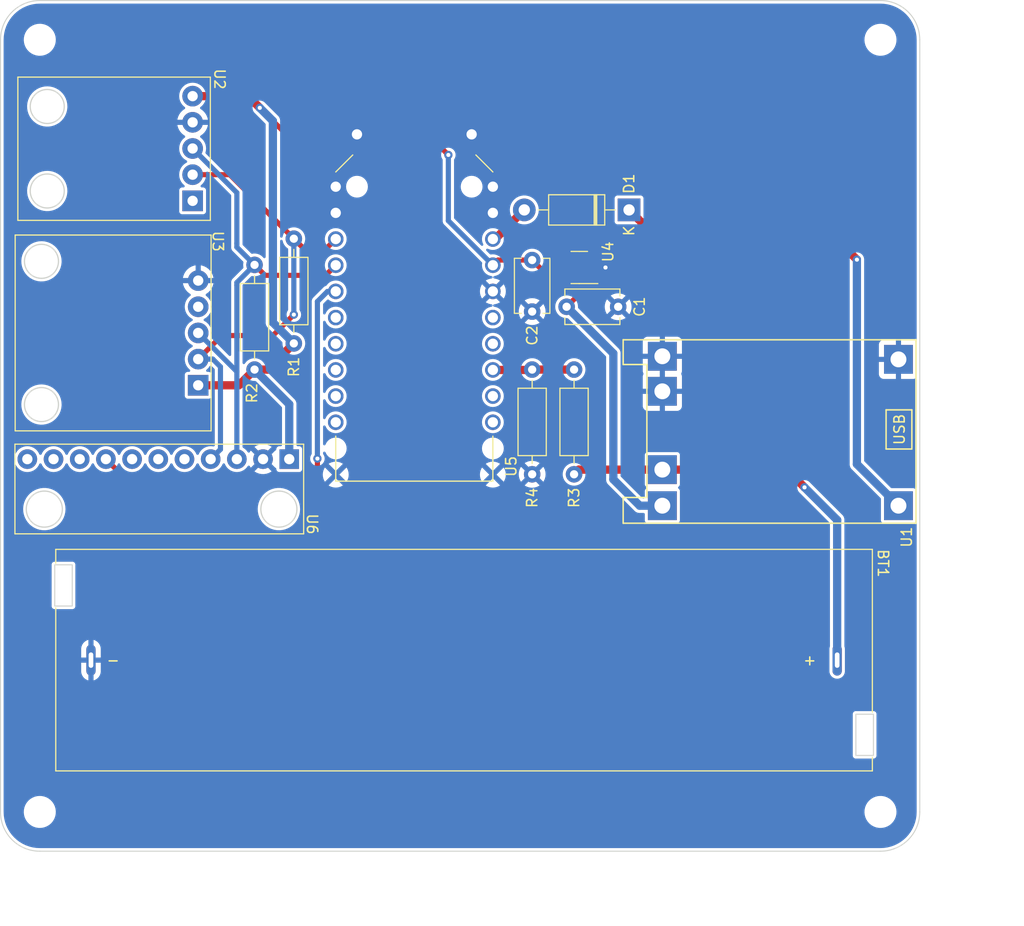
<source format=kicad_pcb>
(kicad_pcb (version 20211014) (generator pcbnew)
  (layers (0 "F.Cu" signal) (31 "B.Cu" power) (34 "B.Paste" user) (35 "F.Paste" user) (36 "B.SilkS" user "B.Silkscreen") (37 "F.SilkS" user "F.Silkscreen") (38 "B.Mask" user) (39 "F.Mask" user) (44 "Edge.Cuts" user))
  (net 0 "")
  (net 1 "VCC")
  (net 2 "GND")
  (net 3 "+3V0")
  (net 4 "Net-(D1-Pad1)")
  (net 5 "VBUS")
  (net 6 "/VBAT")
  (net 7 "/SDA")
  (net 8 "/SCL")
  (net 9 "Net-(R3-Pad2)")
  (net 15 "/INT1")
  (footprint "custom:MODULE_NRF52840-DONGLE" (layer "F.Cu") (at 117.856 72.136 90)
    (fp_text reference "U5" (at -21.59 9.398 90) (layer "F.SilkS"))
    (fp_text value "NRF52840-DONGLE")
    (fp_line (start -23.02 7.62) (end -18.65 7.62) (layer "F.SilkS") (width 0.127))
    (fp_line (start 6.985 7.62) (end 8.636 5.969) (layer "F.SilkS") (width 0.12))
    (fp_line (start -18.65 -7.62) (end -23.02 -7.62) (layer "F.SilkS") (width 0.127))
    (fp_line (start 6.985 -7.62) (end 8.636 -5.969) (layer "F.SilkS") (width 0.12))
    (fp_line (start -23.02 -7.62) (end -23.02 7.62) (layer "F.SilkS") (width 0.127))
    (pad "0.02" thru_hole circle (at -7.145 7.62 90) (size 1.508 1.508) (drill 1) (layers *.Cu *.Mask) (net 9 "Net-(R3-Pad2)"))
    (pad "0.09" thru_hole circle (at -12.225 -7.62 90) (size 1.508 1.508) (drill 1) (layers *.Cu *.Mask))
    (pad "0.10" thru_hole circle (at -14.765 -7.62 90) (size 1.508 1.508) (drill 1) (layers *.Cu *.Mask))
    (pad "0.13" thru_hole circle (at 5.555 -7.62 90) (size 1.508 1.508) (drill 1) (layers *.Cu *.Mask) (net 7 "/SDA"))
    (pad "0.15" thru_hole circle (at 3.015 -7.62 90) (size 1.508 1.508) (drill 1) (layers *.Cu *.Mask) (net 8 "/SCL"))
    (pad "0.17" thru_hole circle (at 0.475 -7.62 90) (size 1.508 1.508) (drill 1) (layers *.Cu *.Mask) (net 15 "/INT1"))
    (pad "0.20" thru_hole circle (at -2.065 -7.62 90) (size 1.508 1.508) (drill 1) (layers *.Cu *.Mask))
    (pad "0.22" thru_hole circle (at -4.605 -7.62 90) (size 1.508 1.508) (drill 1) (layers *.Cu *.Mask))
    (pad "0.24" thru_hole circle (at -7.145 -7.62 90) (size 1.508 1.508) (drill 1) (layers *.Cu *.Mask))
    (pad "0.29" thru_hole circle (at -4.605 7.62 90) (size 1.508 1.508) (drill 1) (layers *.Cu *.Mask))
    (pad "0.31" thru_hole circle (at -2.065 7.62 90) (size 1.508 1.508) (drill 1) (layers *.Cu *.Mask))
    (pad "1.00" thru_hole circle (at -9.685 -7.62 90) (size 1.508 1.508) (drill 1) (layers *.Cu *.Mask))
    (pad "1.10" thru_hole circle (at -14.765 7.62 90) (size 1.508 1.508) (drill 1) (layers *.Cu *.Mask))
    (pad "1.13" thru_hole circle (at -12.225 7.62 90) (size 1.508 1.508) (drill 1) (layers *.Cu *.Mask))
    (pad "1.15" thru_hole circle (at -9.685 7.62 90) (size 1.508 1.508) (drill 1) (layers *.Cu *.Mask))
    (pad "G1" thru_hole circle (at -17.305 -7.62 90) (size 1.508 1.508) (drill 1) (layers *.Cu *.Mask) (net 2 "GND"))
    (pad "G2" thru_hole circle (at -17.305 7.62 90) (size 1.508 1.508) (drill 1) (layers *.Cu *.Mask) (net 2 "GND"))
    (pad "G3" thru_hole circle (at 0.475 7.62 90) (size 1.508 1.508) (drill 1) (layers *.Cu *.Mask) (net 2 "GND"))
    (pad "OUT" thru_hole circle (at 3.015 7.62 90) (size 1.508 1.508) (drill 1) (layers *.Cu *.Mask) (net 3 "+3V0"))
    (pad "SWDCLK" thru_hole circle (at 10.635 5.56 90) (size 1.508 1.508) (drill 1) (layers *.Cu *.Mask))
    (pad "SWDIO" thru_hole circle (at 10.635 -5.56 90) (size 1.508 1.508) (drill 1) (layers *.Cu *.Mask))
    (pad "VBUS" thru_hole circle (at 5.555 7.62 90) (size 1.508 1.508) (drill 1) (layers *.Cu *.Mask) (net 5 "VBUS"))
  )
  (footprint "custom:TP4056-18650" (layer "F.Cu") (at 166.5125 99.2365 180)
    (fp_text reference "U1" (at 0.9045 -1.3475 90) (layer "F.SilkS"))
    (fp_text value "TP4056")
    (fp_text user "USB" (at 1.6 9.1 90) (layer "F.SilkS"))
    (fp_line (start 28.4 15.4) (end 28.4 15.7) (layer "F.SilkS") (width 0.15))
    (fp_line (start 26.1 2.5) (end 26.1 15.4) (layer "F.SilkS") (width 0.15))
    (fp_line (start 2.9 11) (end 0.4 11) (layer "F.SilkS") (width 0.15))
    (fp_line (start 0.4 7.2) (end 2.9 7.2) (layer "F.SilkS") (width 0.15))
    (fp_line (start 28.4 17.8) (end 0 17.8) (layer "F.SilkS") (width 0.15))
    (fp_line (start 26.3 0) (end 28.4 0) (layer "F.SilkS") (width 0.15))
    (fp_line (start 0 0) (end 26.3 0) (layer "F.SilkS") (width 0.15))
    (fp_line (start 28.4 0) (end 28.4 2.5) (layer "F.SilkS") (width 0.15))
    (fp_line (start 28.4 2.5) (end 26.1 2.5) (layer "F.SilkS") (width 0.15))
    (fp_line (start 28.4 15.7) (end 28.4 17.8) (layer "F.SilkS") (width 0.15))
    (fp_line (start 2.9 7.2) (end 2.9 11) (layer "F.SilkS") (width 0.15))
    (fp_line (start 26.1 15.4) (end 26.4 15.4) (layer "F.SilkS") (width 0.15))
    (fp_line (start 0 17.8) (end 0 0) (layer "F.SilkS") (width 0.15))
    (fp_line (start 26.3 15.4) (end 28.4 15.4) (layer "F.SilkS") (width 0.15))
    (fp_line (start 0.4 11) (end 0.4 7.3) (layer "F.SilkS") (width 0.15))
    (pad "1" thru_hole rect (at 1.7 1.7 180) (size 2.8 2.8) (drill 1.54) (layers *.Cu *.Mask) (net 4 "Net-(D1-Pad1)"))
    (pad "2" thru_hole rect (at 1.7 15.9 180) (size 2.8 2.8) (drill 1.54) (layers *.Cu *.Mask) (net 2 "GND"))
    (pad "3" thru_hole rect (at 24.6 1.7 180) (size 2.8 2.8) (drill 1.54) (layers *.Cu *.Mask) (net 1 "VCC"))
    (pad "4" thru_hole rect (at 24.6 5.2 180) (size 2.8 2.8) (drill 1.54) (layers *.Cu *.Mask) (net 6 "/VBAT"))
    (pad "5" thru_hole rect (at 24.6 12.8 180) (size 2.8 2.8) (drill 1.54) (layers *.Cu *.Mask) (net 2 "GND"))
    (pad "6" thru_hole rect (at 24.6 16.2 180) (size 2.8 2.8) (drill 1.54) (layers *.Cu *.Mask) (net 2 "GND"))
  )
  (footprint "Resistor_THT:R_Axial_DIN0207_L6.3mm_D2.5mm_P10.16mm_Horizontal" (layer "F.Cu") (at 133.35 94.488 90)
    (fp_text reference "R3" (at -2.286 0 90) (layer "F.SilkS"))
    (fp_text value "100k")
    (fp_line (start 8.35 1.37) (end 8.35 -1.37) (layer "F.SilkS") (width 0.12))
    (fp_line (start 9.12 0) (end 8.35 0) (layer "F.SilkS") (width 0.12))
    (fp_line (start 1.81 1.37) (end 8.35 1.37) (layer "F.SilkS") (width 0.12))
    (fp_line (start 8.35 -1.37) (end 1.81 -1.37) (layer "F.SilkS") (width 0.12))
    (fp_line (start 1.81 -1.37) (end 1.81 1.37) (layer "F.SilkS") (width 0.12))
    (fp_line (start 1.04 0) (end 1.81 0) (layer "F.SilkS") (width 0.12))
    (pad "1" thru_hole circle (at 0 0 90) (size 1.6 1.6) (drill 0.8) (layers *.Cu *.Mask) (net 6 "/VBAT"))
    (pad "2" thru_hole oval (at 10.16 0 90) (size 1.6 1.6) (drill 0.8) (layers *.Cu *.Mask) (net 9 "Net-(R3-Pad2)"))
  )
  (footprint "Resistor_THT:R_Axial_DIN0207_L6.3mm_D2.5mm_P10.16mm_Horizontal" (layer "F.Cu") (at 102.362 74.168 -90)
    (fp_text reference "R2" (at 12.446 0.254 90) (layer "F.SilkS"))
    (fp_text value "4.7k")
    (fp_line (start 8.35 1.37) (end 8.35 -1.37) (layer "F.SilkS") (width 0.12))
    (fp_line (start 1.81 -1.37) (end 1.81 1.37) (layer "F.SilkS") (width 0.12))
    (fp_line (start 1.81 1.37) (end 8.35 1.37) (layer "F.SilkS") (width 0.12))
    (fp_line (start 9.12 0) (end 8.35 0) (layer "F.SilkS") (width 0.12))
    (fp_line (start 8.35 -1.37) (end 1.81 -1.37) (layer "F.SilkS") (width 0.12))
    (fp_line (start 1.04 0) (end 1.81 0) (layer "F.SilkS") (width 0.12))
    (pad "1" thru_hole circle (at 0 0 270) (size 1.6 1.6) (drill 0.8) (layers *.Cu *.Mask) (net 8 "/SCL"))
    (pad "2" thru_hole oval (at 10.16 0 270) (size 1.6 1.6) (drill 0.8) (layers *.Cu *.Mask) (net 3 "+3V0"))
  )
  (footprint "custom:BH1750" (layer "F.Cu") (at 79.4065 69.847 90)
    (fp_text reference "U2" (at 13.713 19.569 -90 unlocked) (layer "F.SilkS"))
    (fp_text value "BH1750")
    (fp_line (start 0 0) (end 0 18.669) (layer "F.SilkS") (width 0.12))
    (fp_line (start 13.9 0) (end 13.9 18.669) (layer "F.SilkS") (width 0.12))
    (fp_line (start 0 0) (end 13.9 0) (layer "F.SilkS") (width 0.12))
    (fp_line (start 0 18.669) (end 13.9 18.669) (layer "F.SilkS") (width 0.12))
    (fp_circle (center 11.05 2.85) (end 12.7 2.85) (layer "Edge.Cuts") (width 0.12) (fill none))
    (fp_circle (center 2.85 2.85) (end 4.5 2.85) (layer "Edge.Cuts") (width 0.12) (fill none))
    (pad "1" thru_hole rect (at 1.893 16.95 180) (size 2 2) (drill 1) (layers *.Cu *.Mask))
    (pad "2" thru_hole oval (at 4.433 16.95 180) (size 2 2) (drill 1) (layers *.Cu *.Mask) (net 7 "/SDA"))
    (pad "3" thru_hole oval (at 6.973 16.95 180) (size 2 2) (drill 1) (layers *.Cu *.Mask) (net 8 "/SCL"))
    (pad "4" thru_hole oval (at 9.513 16.95 180) (size 2 2) (drill 1) (layers *.Cu *.Mask) (net 2 "GND"))
    (pad "5" thru_hole oval (at 12.053 16.95 180) (size 2 2) (drill 1) (layers *.Cu *.Mask) (net 3 "+3V0"))
  )
  (footprint "MountingHole:MountingHole_2.5mm" (layer "F.Cu") (at 163.068 127.254 -90)
    (fp_text reference "H2" hide)
    (fp_text value "MountingHole" hide)
    (pad "" np_thru_hole circle (at 0 0 270) (size 2.5 2.5) (drill 2.5) (layers *.Cu *.Mask))
  )
  (footprint "MountingHole:MountingHole_2.5mm" (layer "F.Cu") (at 81.534 52.324 -90)
    (fp_text reference "H4" hide)
    (fp_text value "MountingHole" hide)
    (pad "" np_thru_hole circle (at 0 0 270) (size 2.5 2.5) (drill 2.5) (layers *.Cu *.Mask))
  )
  (footprint "Resistor_THT:R_Axial_DIN0207_L6.3mm_D2.5mm_P10.16mm_Horizontal" (layer "F.Cu") (at 129.286 94.488 90)
    (fp_text reference "R4" (at -2.286 0 90) (layer "F.SilkS"))
    (fp_text value "100k")
    (fp_line (start 9.12 0) (end 8.35 0) (layer "F.SilkS") (width 0.12))
    (fp_line (start 1.04 0) (end 1.81 0) (layer "F.SilkS") (width 0.12))
    (fp_line (start 8.35 -1.37) (end 1.81 -1.37) (layer "F.SilkS") (width 0.12))
    (fp_line (start 8.35 1.37) (end 8.35 -1.37) (layer "F.SilkS") (width 0.12))
    (fp_line (start 1.81 1.37) (end 8.35 1.37) (layer "F.SilkS") (width 0.12))
    (fp_line (start 1.81 -1.37) (end 1.81 1.37) (layer "F.SilkS") (width 0.12))
    (pad "1" thru_hole circle (at 0 0 90) (size 1.6 1.6) (drill 0.8) (layers *.Cu *.Mask) (net 2 "GND"))
    (pad "2" thru_hole oval (at 10.16 0 90) (size 1.6 1.6) (drill 0.8) (layers *.Cu *.Mask) (net 9 "Net-(R3-Pad2)"))
  )
  (footprint "Package_TO_SOT_SMD:SOT-23-5" (layer "F.Cu") (at 133.858 74.422 180)
    (fp_text reference "U4" (at -2.794 1.524 90) (layer "F.SilkS"))
    (fp_text value "BU30TD3WG")
    (fp_line (start 0 -1.56) (end -1.8 -1.56) (layer "F.SilkS") (width 0.12))
    (fp_line (start 0 1.56) (end -0.8 1.56) (layer "F.SilkS") (width 0.12))
    (fp_line (start 0 -1.56) (end 0.8 -1.56) (layer "F.SilkS") (width 0.12))
    (fp_line (start 0 1.56) (end 0.8 1.56) (layer "F.SilkS") (width 0.12))
    (pad "1" smd roundrect (at -1.1375 -0.95 180) (size 1.325 0.6) (layers "F.Cu" "F.Paste" "F.Mask") (net 1 "VCC"))
    (pad "2" smd roundrect (at -1.1375 0 180) (size 1.325 0.6) (layers "F.Cu" "F.Paste" "F.Mask") (net 2 "GND"))
    (pad "3" smd roundrect (at -1.1375 0.95 180) (size 1.325 0.6) (layers "F.Cu" "F.Paste" "F.Mask") (net 1 "VCC"))
    (pad "4" smd roundrect (at 1.1375 0.95 180) (size 1.325 0.6) (layers "F.Cu" "F.Paste" "F.Mask"))
    (pad "5" smd roundrect (at 1.1375 -0.95 180) (size 1.325 0.6) (layers "F.Cu" "F.Paste" "F.Mask") (net 3 "+3V0"))
  )
  (footprint "custom:BME688" (layer "F.Cu") (at 88.646 80.772 90)
    (fp_text reference "U3" (at 8.89 10.16 -90 unlocked) (layer "F.SilkS"))
    (fp_text value "BME688")
    (fp_line (start -9.5 -9.5) (end -9.5 9.5) (layer "F.SilkS") (width 0.12))
    (fp_line (start -9.5 9.5) (end 9.5 9.5) (layer "F.SilkS") (width 0.12))
    (fp_line (start -9.5 -9.5) (end 9.5 -9.5) (layer "F.SilkS") (width 0.12))
    (fp_line (start 9.5 -9.5) (end 9.5 9.5) (layer "F.SilkS") (width 0.12))
    (fp_circle (center 6.95 -6.95) (end 8.6 -6.95) (layer "Edge.Cuts") (width 0.12) (fill none))
    (fp_circle (center -6.95 -6.95) (end -5.3 -6.95) (layer "Edge.Cuts") (width 0.12) (fill none))
    (pad "1" thru_hole rect (at -5.08 8.25 180) (size 2 2) (drill 1) (layers *.Cu *.Mask) (net 3 "+3V0"))
    (pad "2" thru_hole oval (at -2.54 8.25 180) (size 2 2) (drill 1) (layers *.Cu *.Mask) (net 7 "/SDA"))
    (pad "3" thru_hole oval (at 0 8.25 180) (size 2 2) (drill 1) (layers *.Cu *.Mask) (net 8 "/SCL"))
    (pad "4" thru_hole oval (at 2.54 8.25 180) (size 2 2) (drill 1) (layers *.Cu *.Mask))
    (pad "5" thru_hole oval (at 5.08 8.25 180) (size 2 2) (drill 1) (layers *.Cu *.Mask) (net 2 "GND"))
  )
  (footprint "custom:KLS5-18650-005" (layer "F.Cu") (at 122.682 112.522 180)
    (fp_text reference "BT1" (at -40.64 9.398 270 unlocked) (layer "F.SilkS"))
    (fp_text value "3.7V Li-ion")
    (fp_line (start -39.6 -10.75) (end 39.6 -10.75) (layer "F.SilkS") (width 0.12))
    (fp_line (start -39.6 10.75) (end 39.6 10.75) (layer "F.SilkS") (width 0.12))
    (fp_line (start 39.6 -10.75) (end 39.6 5.08) (layer "F.SilkS") (width 0.12))
    (fp_line (start -39.5986 -5.0546) (end -39.6 10.75) (layer "F.SilkS") (width 0.12))
    (fp_line (start -39.6 -10.75) (end -39.5986 -9.4234) (layer "F.SilkS") (width 0.12))
    (fp_line (start 39.6 9.398) (end 39.6 10.75) (layer "F.SilkS") (width 0.12))
    (fp_rect (start 39.7 9.25) (end 38 5.25) (layer "Edge.Cuts") (width 0.1) (fill none))
    (fp_rect (start -39.7 -9.25) (end -38 -5.25) (layer "Edge.Cuts") (width 0.1) (fill none))
    (pad "1" thru_hole oval (at -36.185 0 180) (size 0.9 3) (drill oval 0.45 1.5) (layers *.Cu *.Mask) (net 6 "/VBAT"))
    (pad "2" thru_hole oval (at 36.185 0 180) (size 0.9 3) (drill oval 0.45 1.5) (layers *.Cu *.Mask) (net 2 "GND"))
  )
  (footprint "Diode_THT:D_DO-41_SOD81_P10.16mm_Horizontal" (layer "F.Cu") (at 138.684 68.834 180)
    (fp_text reference "D1" (at 0 2.54 90) (layer "F.SilkS"))
    (fp_text value "1N5817")
    (fp_text user "K" (at 0 -2.032 90) (layer "F.SilkS"))
    (fp_line (start 1.34 0) (end 2.36 0) (layer "F.SilkS") (width 0.12))
    (fp_line (start 7.8 1.47) (end 7.8 -1.47) (layer "F.SilkS") (width 0.12))
    (fp_line (start 3.14 -1.47) (end 3.14 1.47) (layer "F.SilkS") (width 0.12))
    (fp_line (start 2.36 -1.47) (end 2.36 1.47) (layer "F.SilkS") (width 0.12))
    (fp_line (start 3.38 -1.47) (end 3.38 1.47) (layer "F.SilkS") (width 0.12))
    (fp_line (start 3.26 -1.47) (end 3.26 1.47) (layer "F.SilkS") (width 0.12))
    (fp_line (start 2.36 1.47) (end 7.8 1.47) (layer "F.SilkS") (width 0.12))
    (fp_line (start 8.82 0) (end 7.8 0) (layer "F.SilkS") (width 0.12))
    (fp_line (start 7.8 -1.47) (end 2.36 -1.47) (layer "F.SilkS") (width 0.12))
    (pad "1" thru_hole rect (at 0 0 180) (size 2.2 2.2) (drill 1.1) (layers *.Cu *.Mask) (net 4 "Net-(D1-Pad1)"))
    (pad "2" thru_hole oval (at 10.16 0 180) (size 2.2 2.2) (drill 1.1) (layers *.Cu *.Mask) (net 5 "VBUS"))
  )
  (footprint "Capacitor_THT:C_Disc_D5.1mm_W3.2mm_P5.00mm" (layer "F.Cu") (at 129.286 73.7 -90)
    (fp_text reference "C2" (at 7.326 0 90) (layer "F.SilkS"))
    (fp_text value "1u")
    (fp_line (start -0.17 -1.721) (end 5.17 -1.721) (layer "F.SilkS") (width 0.12))
    (fp_line (start -0.17 1.055) (end -0.17 1.721) (layer "F.SilkS") (width 0.12))
    (fp_line (start -0.17 -1.721) (end -0.17 -1.055) (layer "F.SilkS") (width 0.12))
    (fp_line (start 5.17 1.055) (end 5.17 1.721) (layer "F.SilkS") (width 0.12))
    (fp_line (start -0.17 1.721) (end 5.17 1.721) (layer "F.SilkS") (width 0.12))
    (fp_line (start 5.17 -1.721) (end 5.17 -1.055) (layer "F.SilkS") (width 0.12))
    (pad "1" thru_hole circle (at 0 0 270) (size 1.6 1.6) (drill 0.8) (layers *.Cu *.Mask) (net 3 "+3V0"))
    (pad "2" thru_hole circle (at 5 0 270) (size 1.6 1.6) (drill 0.8) (layers *.Cu *.Mask) (net 2 "GND"))
  )
  (footprint "Resistor_THT:R_Axial_DIN0207_L6.3mm_D2.5mm_P10.16mm_Horizontal" (layer "F.Cu") (at 106.172 81.788 90)
    (fp_text reference "R1" (at -2.286 0 90) (layer "F.SilkS"))
    (fp_text value "4.7k")
    (fp_line (start 8.35 -1.37) (end 1.81 -1.37) (layer "F.SilkS") (width 0.12))
    (fp_line (start 9.12 0) (end 8.35 0) (layer "F.SilkS") (width 0.12))
    (fp_line (start 1.81 -1.37) (end 1.81 1.37) (layer "F.SilkS") (width 0.12))
    (fp_line (start 8.35 1.37) (end 8.35 -1.37) (layer "F.SilkS") (width 0.12))
    (fp_line (start 1.81 1.37) (end 8.35 1.37) (layer "F.SilkS") (width 0.12))
    (fp_line (start 1.04 0) (end 1.81 0) (layer "F.SilkS") (width 0.12))
    (pad "1" thru_hole circle (at 0 0 90) (size 1.6 1.6) (drill 0.8) (layers *.Cu *.Mask) (net 3 "+3V0"))
    (pad "2" thru_hole oval (at 10.16 0 90) (size 1.6 1.6) (drill 0.8) (layers *.Cu *.Mask) (net 7 "/SDA"))
  )
  (footprint "Capacitor_THT:C_Disc_D5.1mm_W3.2mm_P5.00mm" (layer "F.Cu") (at 132.628 78.232)
    (fp_text reference "C1" (at 7.072 0 90) (layer "F.SilkS"))
    (fp_text value "1u")
    (fp_line (start -0.17 1.721) (end 5.17 1.721) (layer "F.SilkS") (width 0.12))
    (fp_line (start 5.17 -1.721) (end 5.17 -1.055) (layer "F.SilkS") (width 0.12))
    (fp_line (start -0.17 -1.721) (end 5.17 -1.721) (layer "F.SilkS") (width 0.12))
    (fp_line (start -0.17 -1.721) (end -0.17 -1.055) (layer "F.SilkS") (width 0.12))
    (fp_line (start 5.17 1.055) (end 5.17 1.721) (layer "F.SilkS") (width 0.12))
    (fp_line (start -0.17 1.055) (end -0.17 1.721) (layer "F.SilkS") (width 0.12))
    (pad "1" thru_hole circle (at 0 0) (size 1.6 1.6) (drill 0.8) (layers *.Cu *.Mask) (net 1 "VCC"))
    (pad "2" thru_hole circle (at 5 0) (size 1.6 1.6) (drill 0.8) (layers *.Cu *.Mask) (net 2 "GND"))
  )
  (footprint "MountingHole:MountingHole_2.5mm" (layer "F.Cu") (at 163.068 52.324 -90)
    (fp_text reference "H1" hide)
    (fp_text value "MountingHole" hide)
    (pad "" np_thru_hole circle (at 0 0 270) (size 2.5 2.5) (drill 2.5) (layers *.Cu *.Mask))
  )
  (footprint "MountingHole:MountingHole_2.5mm" (layer "F.Cu") (at 81.534 127.254 -90)
    (fp_text reference "H3" hide)
    (fp_text value "MountingHole" hide)
    (pad "" np_thru_hole circle (at 0 0 270) (size 2.5 2.5) (drill 2.5) (layers *.Cu *.Mask))
  )
  (footprint "custom:LIS3DH" (layer "F.Cu") (at 107.123 100.267 180)
    (fp_text reference "U6" (at -0.827 0.953 270 unlocked) (layer "F.SilkS"))
    (fp_text value "LIS3DH")
    (fp_line (start 0 8.7) (end 28 8.7) (layer "F.SilkS") (width 0.12))
    (fp_line (start 28 8.7) (end 28 0) (layer "F.SilkS") (width 0.12))
    (fp_line (start 0 0) (end 0 8.7) (layer "F.SilkS") (width 0.12))
    (fp_line (start 0 0) (end 28 0) (layer "F.SilkS") (width 0.12))
    (fp_circle (center 2.4 2.4) (end 4.15 2.4) (layer "Edge.Cuts") (width 0.12) (fill none))
    (fp_circle (center 25.15 2.4) (end 26.9 2.4) (layer "Edge.Cuts") (width 0.12) (fill none))
    (pad "1" thru_hole rect (at 1.397 7.25 270) (size 1.9 1.9) (drill 1) (layers *.Cu *.Mask) (net 3 "+3V0"))
    (pad "2" thru_hole circle (at 3.937 7.25 270) (size 1.9 1.9) (drill 1) (layers *.Cu *.Mask) (net 2 "GND"))
    (pad "3" thru_hole circle (at 6.477 7.25 270) (size 1.9 1.9) (drill 1) (layers *.Cu *.Mask) (net 8 "/SCL"))
    (pad "4" thru_hole circle (at 9.017 7.25 270) (size 1.9 1.9) (drill 1) (layers *.Cu *.Mask) (net 7 "/SDA"))
    (pad "5" thru_hole circle (at 11.557 7.25 270) (size 1.9 1.9) (drill 1) (layers *.Cu *.Mask))
    (pad "6" thru_hole circle (at 14.097 7.25 270) (size 1.9 1.9) (drill 1) (layers *.Cu *.Mask))
    (pad "7" thru_hole circle (at 16.637 7.25 270) (size 1.9 1.9) (drill 1) (layers *.Cu *.Mask))
    (pad "8" thru_hole circle (at 19.177 7.25 270) (size 1.9 1.9) (drill 1) (layers *.Cu *.Mask) (net 15 "/INT1"))
    (pad "9" thru_hole circle (at 21.717 7.25 270) (size 1.9 1.9) (drill 1) (layers *.Cu *.Mask))
    (pad "10" thru_hole circle (at 24.257 7.25 270) (size 1.9 1.9) (drill 1) (layers *.Cu *.Mask))
    (pad "11" thru_hole circle (at 26.797 7.25 270) (size 1.9 1.9) (drill 1) (layers *.Cu *.Mask))
  )
  (gr_line (start 163.068 131.064) (end 81.534 131.064) (layer "Edge.Cuts") (width 0.1))
  (gr_line (start 77.724 127.254) (end 77.724 52.324) (layer "Edge.Cuts") (width 0.1))
  (gr_line (start 163.068 48.514) (end 81.534 48.514) (layer "Edge.Cuts") (width 0.1))
  (gr_arc (start 166.878 127.254) (mid 165.762077 129.948077) (end 163.068 131.064) (layer "Edge.Cuts") (width 0.1))
  (gr_arc (start 163.068 48.514) (mid 165.762077 49.629923) (end 166.878 52.324) (layer "Edge.Cuts") (width 0.1))
  (gr_line (start 166.878 127.254) (end 166.878 52.324) (layer "Edge.Cuts") (width 0.1))
  (gr_arc (start 77.724 52.324) (mid 78.839923 49.629923) (end 81.534 48.514) (layer "Edge.Cuts") (width 0.1))
  (gr_arc (start 81.534 131.064) (mid 78.839923 129.948077) (end 77.724 127.254) (layer "Edge.Cuts") (width 0.1))
  (gr_text "+" (at 156.21 112.522) (layer "F.SilkS") (effects (font (size 1 1))))
  (gr_text "-\n" (at 88.646 112.522) (layer "F.SilkS") (effects (font (size 1 1))))
  (segment (start 134.9955 75.8645) (end 132.628 78.232) (width 0.5) (layer "F.Cu") (net 1))
  (segment (start 137.414 74.201959) (end 136.684041 73.472) (width 0.5) (layer "F.Cu") (net 1))
  (segment (start 136.650082 75.372) (end 137.414 74.608082) (width 0.5) (layer "F.Cu") (net 1))
  (segment (start 136.684041 73.472) (end 134.9955 73.472) (width 0.5) (layer "F.Cu") (net 1))
  (segment (start 137.414 74.608082) (end 137.414 74.201959) (width 0.5) (layer "F.Cu") (net 1))
  (segment (start 134.9955 75.372) (end 136.650082 75.372) (width 0.5) (layer "F.Cu") (net 1))
  (segment (start 134.9955 75.372) (end 134.9955 75.8645) (width 0.5) (layer "F.Cu") (net 1))
  (segment (start 139.7125 97.5365) (end 137.16 94.984) (width 0.8) (layer "B.Cu") (net 1))
  (segment (start 141.9125 97.5365) (end 139.7125 97.5365) (width 0.8) (layer "B.Cu") (net 1))
  (segment (start 137.16 82.764) (end 132.628 78.232) (width 0.8) (layer "B.Cu") (net 1))
  (segment (start 137.16 94.984) (end 137.16 82.764) (width 0.8) (layer "B.Cu") (net 1))
  (segment (start 134.9955 74.422) (end 136.398 74.422) (width 0.5) (layer "F.Cu") (net 2))
  (via (at 136.398 74.422) (size 0.8) (drill 0.4) (layers "F.Cu" "B.Cu") (net 2))
  (segment (start 102.362 84.328) (end 103.632 84.328) (width 0.8) (layer "F.Cu") (net 3))
  (segment (start 102.87 58.928) (end 101.736 57.794) (width 0.8) (layer "F.Cu") (net 3))
  (segment (start 121.158 63.5) (end 119.634 61.976) (width 0.5) (layer "F.Cu") (net 3))
  (segment (start 130.958 75.372) (end 129.286 73.7) (width 0.5) (layer "F.Cu") (net 3))
  (segment (start 100.838 85.852) (end 96.896 85.852) (width 0.8) (layer "F.Cu") (net 3))
  (segment (start 132.7205 75.372) (end 130.958 75.372) (width 0.5) (layer "F.Cu") (net 3))
  (segment (start 119.634 61.976) (end 105.918 61.976) (width 0.5) (layer "F.Cu") (net 3))
  (segment (start 105.918 61.976) (end 102.87 58.928) (width 0.5) (layer "F.Cu") (net 3))
  (segment (start 103.632 84.328) (end 106.172 81.788) (width 0.8) (layer "F.Cu") (net 3))
  (segment (start 102.362 84.328) (end 100.838 85.852) (width 0.8) (layer "F.Cu") (net 3))
  (segment (start 129.286 73.7) (end 125.977 73.7) (width 0.5) (layer "F.Cu") (net 3))
  (segment (start 125.977 73.7) (end 125.476 74.201) (width 0.5) (layer "F.Cu") (net 3))
  (segment (start 101.736 57.794) (end 96.3565 57.794) (width 0.8) (layer "F.Cu") (net 3))
  (via (at 102.87 58.928) (size 0.8) (drill 0.4) (layers "F.Cu" "B.Cu") (net 3))
  (via (at 121.158 63.5) (size 0.8) (drill 0.4) (layers "F.Cu" "B.Cu") (net 3))
  (segment (start 105.726 93.017) (end 105.726 87.692) (width 0.8) (layer "B.Cu") (net 3))
  (segment (start 104.14 60.198) (end 102.87 58.928) (width 0.8) (layer "B.Cu") (net 3))
  (segment (start 106.172 81.788) (end 104.14 79.756) (width 0.8) (layer "B.Cu") (net 3))
  (segment (start 121.158 69.883) (end 121.158 63.5) (width 0.5) (layer "B.Cu") (net 3))
  (segment (start 104.14 79.756) (end 104.14 60.198) (width 0.8) (layer "B.Cu") (net 3))
  (segment (start 125.476 74.201) (end 121.158 69.883) (width 0.5) (layer "B.Cu") (net 3))
  (segment (start 105.726 87.692) (end 102.362 84.328) (width 0.8) (layer "B.Cu") (net 3))
  (segment (start 158.496 71.374) (end 160.782 73.66) (width 0.8) (layer "F.Cu") (net 4))
  (segment (start 141.224 71.374) (end 158.496 71.374) (width 0.8) (layer "F.Cu") (net 4))
  (segment (start 138.684 68.834) (end 141.224 71.374) (width 0.8) (layer "F.Cu") (net 4))
  (via (at 160.782 73.66) (size 0.8) (drill 0.4) (layers "F.Cu" "B.Cu") (net 4))
  (segment (start 160.782 93.506) (end 164.8125 97.5365) (width 0.8) (layer "B.Cu") (net 4))
  (segment (start 160.782 73.66) (end 160.782 93.506) (width 0.8) (layer "B.Cu") (net 4))
  (segment (start 125.476 71.661) (end 125.697 71.661) (width 0.8) (layer "F.Cu") (net 5))
  (segment (start 125.697 71.661) (end 128.524 68.834) (width 0.8) (layer "F.Cu") (net 5))
  (segment (start 141.9125 94.0365) (end 133.8015 94.0365) (width 0.8) (layer "F.Cu") (net 6))
  (segment (start 141.9125 94.0365) (end 153.9805 94.0365) (width 0.8) (layer "F.Cu") (net 6))
  (segment (start 153.9805 94.0365) (end 155.702 95.758) (width 0.8) (layer "F.Cu") (net 6))
  (segment (start 133.8015 94.0365) (end 133.35 94.488) (width 0.8) (layer "F.Cu") (net 6))
  (via (at 155.702 95.758) (size 0.8) (drill 0.4) (layers "F.Cu" "B.Cu") (net 6))
  (segment (start 155.702 95.758) (end 158.867 98.923) (width 0.8) (layer "B.Cu") (net 6))
  (segment (start 158.867 98.923) (end 158.867 112.522) (width 0.8) (layer "B.Cu") (net 6))
  (segment (start 110.236 71.661) (end 109.253 72.644) (width 0.5) (layer "F.Cu") (net 7))
  (segment (start 107.188 72.644) (end 106.172 71.628) (width 0.5) (layer "F.Cu") (net 7))
  (segment (start 96.896 83.312) (end 99.182 81.026) (width 0.5) (layer "F.Cu") (net 7))
  (segment (start 104.14 81.026) (end 106.172 78.994) (width 0.5) (layer "F.Cu") (net 7))
  (segment (start 99.958 65.414) (end 96.3565 65.414) (width 0.5) (layer "F.Cu") (net 7))
  (segment (start 106.172 71.628) (end 99.958 65.414) (width 0.5) (layer "F.Cu") (net 7))
  (segment (start 109.253 72.644) (end 107.188 72.644) (width 0.5) (layer "F.Cu") (net 7))
  (segment (start 99.182 81.026) (end 104.14 81.026) (width 0.5) (layer "F.Cu") (net 7))
  (via (at 106.172 78.994) (size 0.8) (drill 0.4) (layers "F.Cu" "B.Cu") (net 7))
  (segment (start 98.310213 83.312) (end 96.896 83.312) (width 0.5) (layer "B.Cu") (net 7))
  (segment (start 106.172 78.994) (end 106.172 71.628) (width 0.5) (layer "B.Cu") (net 7))
  (segment (start 98.106 93.017) (end 99.055999 92.067001) (width 0.5) (layer "B.Cu") (net 7))
  (segment (start 99.055999 92.067001) (end 99.055999 84.057786) (width 0.5) (layer "B.Cu") (net 7))
  (segment (start 99.055999 84.057786) (end 98.310213 83.312) (width 0.5) (layer "B.Cu") (net 7))
  (segment (start 103.378 75.184) (end 102.362 74.168) (width 0.5) (layer "F.Cu") (net 8))
  (segment (start 110.236 74.201) (end 109.253 75.184) (width 0.5) (layer "F.Cu") (net 8))
  (segment (start 109.253 75.184) (end 103.378 75.184) (width 0.5) (layer "F.Cu") (net 8))
  (segment (start 100.646 84.522) (end 100.646 76.138) (width 0.5) (layer "B.Cu") (net 8))
  (segment (start 100.646 93.017) (end 100.646 84.522) (width 0.5) (layer "B.Cu") (net 8))
  (segment (start 102.362 74.168) (end 100.646 72.452) (width 0.5) (layer "B.Cu") (net 8))
  (segment (start 100.646 75.884) (end 100.646 76.138) (width 0.5) (layer "B.Cu") (net 8))
  (segment (start 100.646 72.074) (end 100.646 67.1635) (width 0.5) (layer "B.Cu") (net 8))
  (segment (start 100.646 72.452) (end 100.646 72.074) (width 0.5) (layer "B.Cu") (net 8))
  (segment (start 102.362 74.168) (end 100.646 75.884) (width 0.5) (layer "B.Cu") (net 8))
  (segment (start 100.646 84.522) (end 96.896 80.772) (width 0.5) (layer "B.Cu") (net 8))
  (segment (start 100.646 67.1635) (end 96.3565 62.874) (width 0.5) (layer "B.Cu") (net 8))
  (segment (start 125.476 84.361) (end 129.253 84.361) (width 0.8) (layer "F.Cu") (net 9))
  (segment (start 133.35 84.328) (end 129.286 84.328) (width 0.8) (layer "F.Cu") (net 9))
  (segment (start 129.253 84.361) (end 129.286 84.328) (width 0.8) (layer "F.Cu") (net 9))
  (segment (start 108.458 92.964) (end 108.458 93.726) (width 0.5) (layer "F.Cu") (net 15))
  (segment (start 106.934 95.25) (end 90.179 95.25) (width 0.5) (layer "F.Cu") (net 15))
  (segment (start 108.458 93.726) (end 106.934 95.25) (width 0.5) (layer "F.Cu") (net 15))
  (segment (start 90.179 95.25) (end 87.946 93.017) (width 0.5) (layer "F.Cu") (net 15))
  (via (at 108.458 92.964) (size 0.8) (drill 0.4) (layers "F.Cu" "B.Cu") (net 15))
  (segment (start 108.458 77.724) (end 108.458 92.964) (width 0.5) (layer "B.Cu") (net 15))
  (segment (start 109.441 76.741) (end 108.458 77.724) (width 0.5) (layer "B.Cu") (net 15))
  (segment (start 110.236 76.741) (end 109.441 76.741) (width 0.5) (layer "B.Cu") (net 15))
  (zone (net 2) (net_name "GND") (layer "B.Cu") (connect_pads (clearance 0.3)) (min_thickness 0.25) (fill yes (thermal_gap 0.5) (thermal_bridge_width 0.5))
    (polygon (pts (xy 77.724 131.064) (xy 77.724 48.514) (xy 166.878 48.514) (xy 166.878 131.064)))
  )
)
</source>
